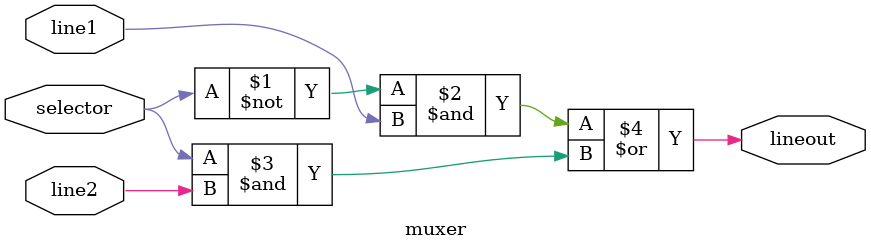
<source format=v>
module muxer(line1, line2, selector, lineout);

	// Define input lines
	input line1, line2, selector;
	output lineout;
	// Select the output
	assign lineout = (~selector & line1) | (selector & line2);

endmodule
</source>
